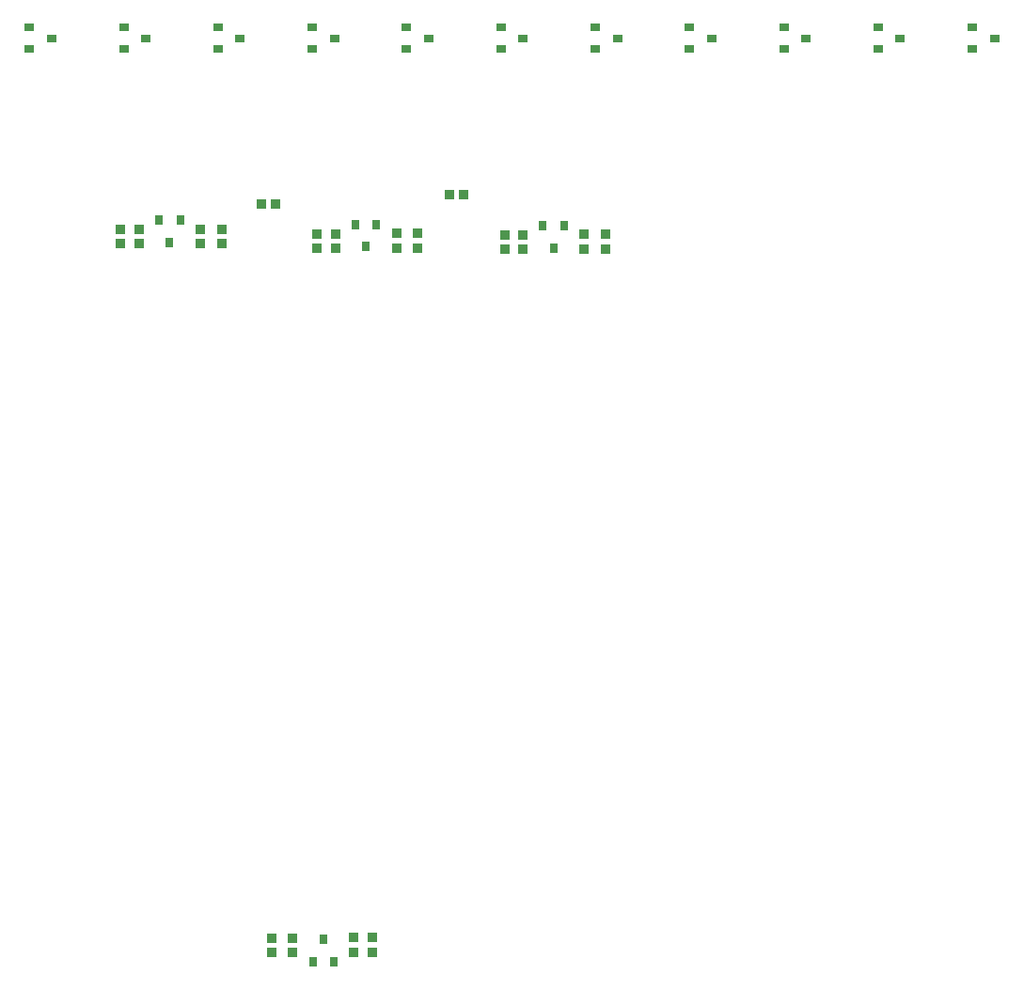
<source format=gbr>
%TF.GenerationSoftware,Altium Limited,Altium Designer,19.0.10 (269)*%
G04 Layer_Color=128*
%FSLAX26Y26*%
%MOIN*%
%TF.FileFunction,Paste,Bot*%
%TF.Part,Single*%
G01*
G75*
%TA.AperFunction,SMDPad,CuDef*%
%ADD31R,0.033465X0.037402*%
%ADD32R,0.031496X0.035433*%
%ADD33R,0.037402X0.033465*%
%ADD34R,0.035433X0.031496*%
D31*
X2366410Y3322000D02*
D03*
X2417591D02*
D03*
X1751591Y3288000D02*
D03*
X1700409D02*
D03*
D32*
X1337598Y3229740D02*
D03*
X1412401D02*
D03*
X1375000Y3151000D02*
D03*
X2032598Y3214740D02*
D03*
X2107401D02*
D03*
X2070000Y3136000D02*
D03*
X2698598Y3211150D02*
D03*
X2773401D02*
D03*
X2736000Y3132409D02*
D03*
X1958402Y602260D02*
D03*
X1883599D02*
D03*
X1921000Y681000D02*
D03*
D33*
X1202000Y3197220D02*
D03*
Y3146039D02*
D03*
X1268000Y3145921D02*
D03*
Y3197102D02*
D03*
X1484409Y3198590D02*
D03*
Y3147409D02*
D03*
X1559000Y3147410D02*
D03*
Y3198591D02*
D03*
X2920000Y3128819D02*
D03*
Y3180000D02*
D03*
X2845409Y3180000D02*
D03*
Y3128819D02*
D03*
X1897000Y3182220D02*
D03*
Y3131039D02*
D03*
X1964205Y3130945D02*
D03*
Y3182126D02*
D03*
X2179409Y3183590D02*
D03*
Y3132409D02*
D03*
X2254000Y3132410D02*
D03*
Y3183591D02*
D03*
X2563000Y3178630D02*
D03*
Y3127449D02*
D03*
X1811591Y633409D02*
D03*
Y684591D02*
D03*
X1737000Y684591D02*
D03*
Y633409D02*
D03*
X2094000Y634780D02*
D03*
Y685961D02*
D03*
X2627409Y3178590D02*
D03*
Y3127409D02*
D03*
X2028000Y634819D02*
D03*
Y686000D02*
D03*
D34*
X1291063Y3875725D02*
D03*
X1212323Y3913127D02*
D03*
Y3838324D02*
D03*
X956772Y3875725D02*
D03*
X878032Y3913127D02*
D03*
Y3838324D02*
D03*
X1625353Y3875725D02*
D03*
X1546613Y3913127D02*
D03*
Y3838324D02*
D03*
X3296806Y3875725D02*
D03*
X3218066Y3913127D02*
D03*
Y3838324D02*
D03*
X2962516Y3875725D02*
D03*
X2883776Y3913127D02*
D03*
Y3838324D02*
D03*
X2628225Y3875725D02*
D03*
X2549485Y3913127D02*
D03*
Y3838324D02*
D03*
X2293935Y3875725D02*
D03*
X2215194Y3913127D02*
D03*
Y3838324D02*
D03*
X1959644Y3875725D02*
D03*
X1880904Y3913127D02*
D03*
Y3838324D02*
D03*
X4299678Y3875725D02*
D03*
X4220938Y3913127D02*
D03*
Y3838324D02*
D03*
X3965388Y3875725D02*
D03*
X3886647Y3913127D02*
D03*
Y3838324D02*
D03*
X3631097Y3875725D02*
D03*
X3552357Y3913127D02*
D03*
Y3838324D02*
D03*
%TF.MD5,beca65a9c98f80a7a962a6232f32200a*%
M02*

</source>
